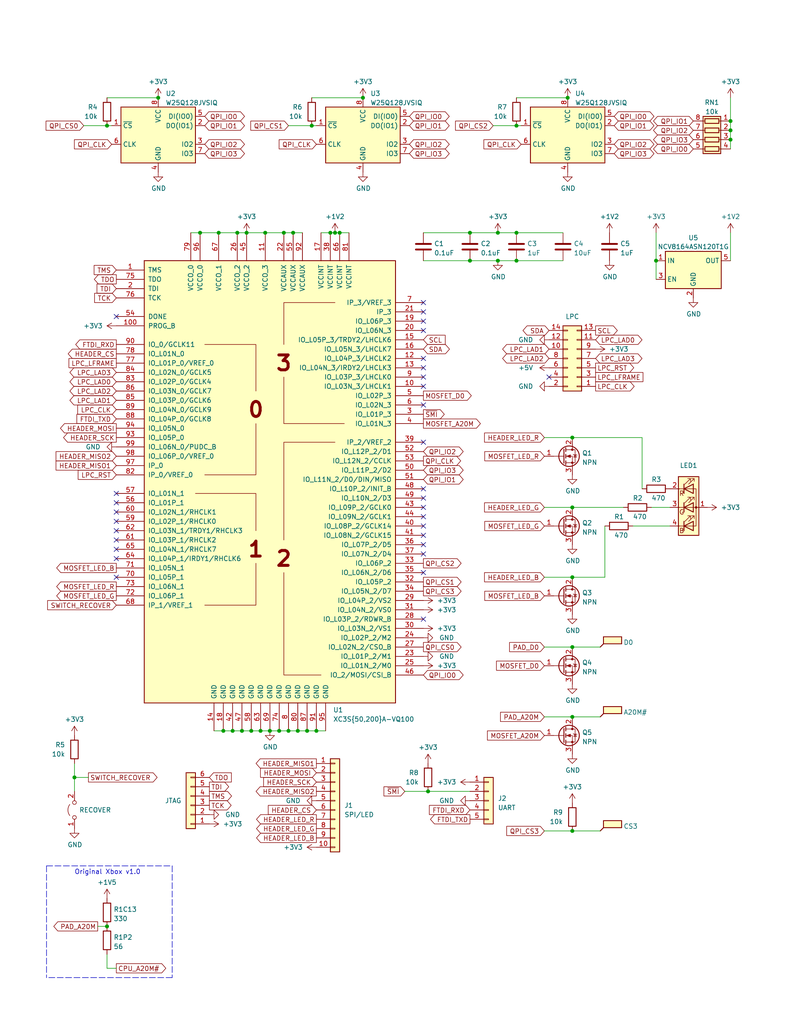
<source format=kicad_sch>
(kicad_sch (version 20211123) (generator eeschema)
  (paper "A" portrait)
  (title_block (title "Original Xbox OpenXenium QPI") (date "2023-03-04") (rev "20230304") (company "XboxDev") (comment 2 "Licensed under CERN OHL v.1.2 or later") (comment 3 "Fork by: https://github.com/haxar/OpenXenium") (comment 4 "Original by: https://github.com/Ryzee119/OpenXenium"))
  (lib_symbols
    (symbol "Connector:TestPoint_Flag" (pin_numbers hide) (pin_names (offset 0.762) hide)
      (property "Reference" "TP" (at 3.429 1.778 0))
      (property "Value" "TestPoint_Flag" (at 3.302 4.191 0))
      (symbol "TestPoint_Flag_1_1"
        (pin passive line (at 0 0 90) (length 0) (name "1") (number "1"))
      )
    )
    (symbol "Connector_Generic:Conn_01x05" (pin_names (offset 1.016) hide)
      (property "Reference" "J" (at 0 7.62 0))
      (property "Value" "Conn_01x05" (at 0 -7.62 0))
      (symbol "Conn_01x05_1_1"
        (pin passive line (at -5.08 5.08 0) (length 3.81) (name "Pin_1") (number "1"))
        (pin passive line (at -5.08 2.54 0) (length 3.81) (name "Pin_2") (number "2"))
        (pin passive line (at -5.08 0 0) (length 3.81) (name "Pin_3") (number "3"))
        (pin passive line (at -5.08 -2.54 0) (length 3.81) (name "Pin_4") (number "4"))
        (pin passive line (at -5.08 -5.08 0) (length 3.81) (name "Pin_5") (number "5"))
      )
    )
    (symbol "Connector_Generic:Conn_01x06" (pin_names (offset 1.016) hide)
      (property "Reference" "J" (at 0 7.62 0))
      (property "Value" "Conn_01x06" (at 0 -10.16 0))
      (symbol "Conn_01x06_1_1"
        (pin passive line (at -5.08 5.08 0) (length 3.81) (name "Pin_1") (number "1"))
        (pin passive line (at -5.08 2.54 0) (length 3.81) (name "Pin_2") (number "2"))
        (pin passive line (at -5.08 0 0) (length 3.81) (name "Pin_3") (number "3"))
        (pin passive line (at -5.08 -2.54 0) (length 3.81) (name "Pin_4") (number "4"))
        (pin passive line (at -5.08 -5.08 0) (length 3.81) (name "Pin_5") (number "5"))
        (pin passive line (at -5.08 -7.62 0) (length 3.81) (name "Pin_6") (number "6"))
      )
    )
    (symbol "Connector_Generic:Conn_01x10" (pin_names (offset 1.016) hide)
      (property "Reference" "J" (at 0 12.7 0))
      (property "Value" "Conn_01x10" (at 0 -15.24 0))
      (symbol "Conn_01x10_1_1"
        (pin passive line (at -5.08 10.16 0) (length 3.81) (name "Pin_1") (number "1"))
        (pin passive line (at -5.08 -12.7 0) (length 3.81) (name "Pin_10") (number "10"))
        (pin passive line (at -5.08 7.62 0) (length 3.81) (name "Pin_2") (number "2"))
        (pin passive line (at -5.08 5.08 0) (length 3.81) (name "Pin_3") (number "3"))
        (pin passive line (at -5.08 2.54 0) (length 3.81) (name "Pin_4") (number "4"))
        (pin passive line (at -5.08 0 0) (length 3.81) (name "Pin_5") (number "5"))
        (pin passive line (at -5.08 -2.54 0) (length 3.81) (name "Pin_6") (number "6"))
        (pin passive line (at -5.08 -5.08 0) (length 3.81) (name "Pin_7") (number "7"))
        (pin passive line (at -5.08 -7.62 0) (length 3.81) (name "Pin_8") (number "8"))
        (pin passive line (at -5.08 -10.16 0) (length 3.81) (name "Pin_9") (number "9"))
      )
    )
    (symbol "Connector_Generic:Conn_02x07_Odd_Even" (pin_names (offset 1.016) hide)
      (property "Reference" "J" (at 1.27 10.16 0))
      (property "Value" "Conn_02x07_Odd_Even" (at 1.27 -10.16 0))
      (symbol "Conn_02x07_Odd_Even_1_1"
        (pin passive line (at -5.08 7.62 0) (length 3.81) (name "Pin_1") (number "1"))
        (pin passive line (at 7.62 -2.54 180) (length 3.81) (name "Pin_10") (number "10"))
        (pin passive line (at -5.08 -5.08 0) (length 3.81) (name "Pin_11") (number "11"))
        (pin passive line (at 7.62 -5.08 180) (length 3.81) (name "Pin_12") (number "12"))
        (pin passive line (at -5.08 -7.62 0) (length 3.81) (name "Pin_13") (number "13"))
        (pin passive line (at 7.62 -7.62 180) (length 3.81) (name "Pin_14") (number "14"))
        (pin passive line (at 7.62 7.62 180) (length 3.81) (name "Pin_2") (number "2"))
        (pin passive line (at -5.08 5.08 0) (length 3.81) (name "Pin_3") (number "3"))
        (pin passive line (at 7.62 5.08 180) (length 3.81) (name "Pin_4") (number "4"))
        (pin passive line (at -5.08 2.54 0) (length 3.81) (name "Pin_5") (number "5"))
        (pin passive line (at 7.62 2.54 180) (length 3.81) (name "Pin_6") (number "6"))
        (pin passive line (at -5.08 0 0) (length 3.81) (name "Pin_7") (number "7"))
        (pin passive line (at 7.62 0 180) (length 3.81) (name "Pin_8") (number "8"))
        (pin passive line (at -5.08 -2.54 0) (length 3.81) (name "Pin_9") (number "9"))
      )
    )
    (symbol "Device:C" (pin_numbers hide) (pin_names (offset 0.254))
      (property "Reference" "C" (at 0.635 2.54 0))
      (property "Value" "C" (at 0.635 -2.54 0))
      (symbol "C_1_1"
        (pin passive line (at 0 3.81 270) (length 2.794) (name "~") (number "1"))
        (pin passive line (at 0 -3.81 90) (length 2.794) (name "~") (number "2"))
      )
    )
    (symbol "Device:LED_ARGB" (pin_names (offset 0) hide)
      (property "Reference" "D" (at 0 9.398 0))
      (property "Value" "LED_ARGB" (at 0 -8.89 0))
      (symbol "LED_ARGB_0_0"
        (text "B" (at -1.905 -6.35 0) (effects (font (size 1.27 1.27))))
        (text "G" (at -1.905 -1.27 0) (effects (font (size 1.27 1.27))))
        (text "R" (at -1.905 3.81 0) (effects (font (size 1.27 1.27))))
      )
      (symbol "LED_ARGB_1_1"
        (pin passive line (at 5.08 0 180) (length 2.54) (name "A") (number "1"))
        (pin passive line (at -5.08 5.08 0) (length 2.54) (name "RK") (number "2"))
        (pin passive line (at -5.08 0 0) (length 2.54) (name "GK") (number "3"))
        (pin passive line (at -5.08 -5.08 0) (length 2.54) (name "BK") (number "4"))
      )
    )
    (symbol "Device:Q_NMOS_GDS" (pin_names (offset 0) hide)
      (property "Reference" "Q" (at 5.08 1.27 0))
      (property "Value" "Q_NMOS_GDS" (at 5.08 -1.27 0))
      (symbol "Q_NMOS_GDS_1_1"
        (pin input line (at -5.08 0 0) (length 2.54) (name "G") (number "1"))
        (pin passive line (at 2.54 5.08 270) (length 2.54) (name "D") (number "2"))
        (pin passive line (at 2.54 -5.08 90) (length 2.54) (name "S") (number "3"))
      )
    )
    (symbol "Device:R" (pin_numbers hide) (pin_names (offset 0))
      (property "Reference" "R" (at 2.032 0 90))
      (property "Value" "R" (at 0 0 90))
      (symbol "R_1_1"
        (pin passive line (at 0 3.81 270) (length 1.27) (name "~") (number "1"))
        (pin passive line (at 0 -3.81 90) (length 1.27) (name "~") (number "2"))
      )
    )
    (symbol "Device:R_Pack04" (pin_names (offset 0) hide)
      (property "Reference" "RN" (at -7.62 0 90))
      (property "Value" "R_Pack04" (at 5.08 0 90))
      (symbol "R_Pack04_1_1"
        (pin passive line (at -5.08 -5.08 90) (length 2.54) (name "R1.1") (number "1"))
        (pin passive line (at -2.54 -5.08 90) (length 2.54) (name "R2.1") (number "2"))
        (pin passive line (at 0 -5.08 90) (length 2.54) (name "R3.1") (number "3"))
        (pin passive line (at 2.54 -5.08 90) (length 2.54) (name "R4.1") (number "4"))
        (pin passive line (at 2.54 5.08 270) (length 2.54) (name "R4.2") (number "5"))
        (pin passive line (at 0 5.08 270) (length 2.54) (name "R3.2") (number "6"))
        (pin passive line (at -2.54 5.08 270) (length 2.54) (name "R2.2") (number "7"))
        (pin passive line (at -5.08 5.08 270) (length 2.54) (name "R1.2") (number "8"))
      )
    )
    (symbol "FPGA_Xilinx:XC3S50A-VQ100" (pin_names (offset 1.016))
      (property "Reference" "U?" (at 4.5594 -41.2734 0))
      (property "Value" "XC3S50A-VQ100" (at 4.5594 -43.8103 0))
      (symbol "XC3S50A-VQ100_0_0"
        (text "0" (at -16.51 40.64 0) (effects (font (size 4.064 4.064) bold)))
        (text "1" (at -16.51 2.54 0) (effects (font (size 4.064 4.064) bold)))
        (text "2" (at -8.89 0 0) (effects (font (size 4.064 4.064) bold)))
        (text "3" (at -8.89 53.34 0) (effects (font (size 4.064 4.064) bold)))
      )
      (symbol "XC3S50A-VQ100_1_1"
        (pin input line (at -54.61 78.74 0) (length 7.62) (name "TMS") (number "1"))
        (pin bidirectional line (at 29.21 46.99 180) (length 7.62) (name "IO_L03N_3/LHCLK1") (number "10"))
        (pin bidirectional line (at -54.61 63.5 0) (length 7.62) (name "PROG_B") (number "100"))
        (pin power_in line (at -13.97 88.9 270) (length 7.62) (name "VCCO_3") (number "11"))
        (pin bidirectional line (at 29.21 54.61 180) (length 7.62) (name "IO_L04P_3/LHCLK2") (number "12"))
        (pin bidirectional line (at 29.21 52.07 180) (length 7.62) (name "IO_L04N_3/IRDY2/LHCLK3") (number "13"))
        (pin power_in line (at -27.94 -46.99 90) (length 7.62) (name "GND") (number "14"))
        (pin bidirectional line (at 29.21 59.69 180) (length 7.62) (name "IO_L05P_3/TRDY2/LHCLK6") (number "15"))
        (pin bidirectional line (at 29.21 57.15 180) (length 7.62) (name "IO_L05N_3/LHCLK7") (number "16"))
        (pin power_in line (at 1.27 88.9 270) (length 7.62) (name "VCCINT") (number "17"))
        (pin power_in line (at -25.4 -46.99 90) (length 7.62) (name "GND") (number "18"))
        (pin bidirectional line (at 29.21 64.77 180) (length 7.62) (name "IO_L06P_3") (number "19"))
        (pin input line (at -54.61 73.66 0) (length 7.62) (name "TDI") (number "2"))
        (pin bidirectional line (at 29.21 62.23 180) (length 7.62) (name "IO_L06N_3") (number "20"))
        (pin input line (at 29.21 67.31 180) (length 7.62) (name "IP_3") (number "21"))
        (pin power_in line (at -8.89 88.9 270) (length 7.62) (name "VCCAUX") (number "22"))
        (pin bidirectional line (at 29.21 -26.67 180) (length 7.62) (name "IO_L01P_2/M1") (number "23"))
        (pin bidirectional line (at 29.21 -21.59 180) (length 7.62) (name "IO_L02P_2/M2") (number "24"))
        (pin bidirectional line (at 29.21 -29.21 180) (length 7.62) (name "IO_L01N_2/M0") (number "25"))
        (pin power_in line (at -21.59 88.9 270) (length 7.62) (name "VCCO_2") (number "26"))
        (pin bidirectional line (at 29.21 -24.13 180) (length 7.62) (name "IO_L02N_2/CSO_B") (number "27"))
        (pin bidirectional line (at 29.21 -16.51 180) (length 7.62) (name "IO_L03P_2/RDWR_B") (number "28"))
        (pin bidirectional line (at 29.21 -11.43 180) (length 7.62) (name "IO_L04P_2/VS2") (number "29"))
        (pin bidirectional line (at 29.21 39.37 180) (length 7.62) (name "IO_L01P_3") (number "3"))
        (pin bidirectional line (at 29.21 -19.05 180) (length 7.62) (name "IO_L03N_2/VS1") (number "30"))
        (pin bidirectional line (at 29.21 -13.97 180) (length 7.62) (name "IO_L04N_2/VS0") (number "31"))
        (pin bidirectional line (at 29.21 -6.35 180) (length 7.62) (name "IO_L05P_2") (number "32"))
        (pin bidirectional line (at 29.21 -1.27 180) (length 7.62) (name "IO_L06P_2") (number "33"))
        (pin bidirectional line (at 29.21 -8.89 180) (length 7.62) (name "IO_L05N_2/D7") (number "34"))
        (pin bidirectional line (at 29.21 -3.81 180) (length 7.62) (name "IO_L06N_2/D6") (number "35"))
        (pin bidirectional line (at 29.21 3.81 180) (length 7.62) (name "IO_L07P_2/D5") (number "36"))
        (pin bidirectional line (at 29.21 1.27 180) (length 7.62) (name "IO_L07N_2/D4") (number "37"))
        (pin power_in line (at 3.81 88.9 270) (length 7.62) (name "VCCINT") (number "38"))
        (pin input line (at 29.21 31.75 180) (length 7.62) (name "IP_2/VREF_2") (number "39"))
        (pin bidirectional line (at 29.21 36.83 180) (length 7.62) (name "IO_L01N_3") (number "4"))
        (pin bidirectional line (at 29.21 8.89 180) (length 7.62) (name "IO_L08P_2/GCLK14") (number "40"))
        (pin bidirectional line (at 29.21 6.35 180) (length 7.62) (name "IO_L08N_2/GCLK15") (number "41"))
        (pin power_in line (at -22.86 -46.99 90) (length 7.62) (name "GND") (number "42"))
        (pin bidirectional line (at 29.21 13.97 180) (length 7.62) (name "IO_L09P_2/GCLK0") (number "43"))
        (pin bidirectional line (at 29.21 11.43 180) (length 7.62) (name "IO_L09N_2/GCLK1") (number "44"))
        (pin power_in line (at -19.05 88.9 270) (length 7.62) (name "VCCO_2") (number "45"))
        (pin bidirectional line (at 29.21 -31.75 180) (length 7.62) (name "IO_2/MOSI/CSI_B") (number "46"))
        (pin power_in line (at -20.32 -46.99 90) (length 7.62) (name "GND") (number "47"))
        (pin bidirectional line (at 29.21 19.05 180) (length 7.62) (name "IO_L10P_2/INIT_B") (number "48"))
        (pin bidirectional line (at 29.21 16.51 180) (length 7.62) (name "IO_L10N_2/D3") (number "49"))
        (pin bidirectional line (at 29.21 44.45 180) (length 7.62) (name "IO_L02P_3") (number "5"))
        (pin bidirectional line (at 29.21 24.13 180) (length 7.62) (name "IO_L11P_2/D2") (number "50"))
        (pin bidirectional line (at 29.21 21.59 180) (length 7.62) (name "IO_L11N_2/D0/DIN/MISO") (number "51"))
        (pin bidirectional line (at 29.21 29.21 180) (length 7.62) (name "IO_L12P_2/D1") (number "52"))
        (pin bidirectional line (at 29.21 26.67 180) (length 7.62) (name "IO_L12N_2/CCLK") (number "53"))
        (pin bidirectional line (at -54.61 66.04 0) (length 7.62) (name "DONE") (number "54"))
        (pin power_in line (at -6.35 88.9 270) (length 7.62) (name "VCCAUX") (number "55"))
        (pin bidirectional line (at -54.61 15.24 0) (length 7.62) (name "IO_L01P_1") (number "56"))
        (pin bidirectional line (at -54.61 17.78 0) (length 7.62) (name "IO_L01N_1") (number "57"))
        (pin power_in line (at -17.78 -46.99 90) (length 7.62) (name "GND") (number "58"))
        (pin bidirectional line (at -54.61 10.16 0) (length 7.62) (name "IO_L02P_1/RHCLK0") (number "59"))
        (pin bidirectional line (at 29.21 41.91 180) (length 7.62) (name "IO_L02N_3") (number "6"))
        (pin bidirectional line (at -54.61 12.7 0) (length 7.62) (name "IO_L02N_1/RHCLK1") (number "60"))
        (pin bidirectional line (at -54.61 5.08 0) (length 7.62) (name "IO_L03P_1/RHCLK2") (number "61"))
        (pin bidirectional line (at -54.61 7.62 0) (length 7.62) (name "IO_L03N_1/TRDY1/RHCLK3") (number "62"))
        (pin power_in line (at -15.24 -46.99 90) (length 7.62) (name "GND") (number "63"))
        (pin bidirectional line (at -54.61 0 0) (length 7.62) (name "IO_L04P_1/IRDY1/RHCLK6") (number "64"))
        (pin bidirectional line (at -54.61 2.54 0) (length 7.62) (name "IO_L04N_1/RHCLK7") (number "65"))
        (pin power_in line (at 6.35 88.9 270) (length 7.62) (name "VCCINT") (number "66"))
        (pin power_in line (at -26.67 88.9 270) (length 7.62) (name "VCCO_1") (number "67"))
        (pin input line (at -54.61 -12.7 0) (length 7.62) (name "IP_1/VREF_1") (number "68"))
        (pin power_in line (at -12.7 -46.99 90) (length 7.62) (name "GND") (number "69"))
        (pin input line (at 29.21 69.85 180) (length 7.62) (name "IP_3/VREF_3") (number "7"))
        (pin bidirectional line (at -54.61 -5.08 0) (length 7.62) (name "IO_L05P_1") (number "70"))
        (pin bidirectional line (at -54.61 -2.54 0) (length 7.62) (name "IO_L05N_1") (number "71"))
        (pin bidirectional line (at -54.61 -10.16 0) (length 7.62) (name "IO_L06P_1") (number "72"))
        (pin bidirectional line (at -54.61 -7.62 0) (length 7.62) (name "IO_L06N_1") (number "73"))
        (pin power_in line (at -10.16 -46.99 90) (length 7.62) (name "GND") (number "74"))
        (pin output line (at -54.61 76.2 0) (length 7.62) (name "TDO") (number "75"))
        (pin input line (at -54.61 71.12 0) (length 7.62) (name "TCK") (number "76"))
        (pin bidirectional line (at -54.61 53.34 0) (length 7.62) (name "IO_L01P_0/VREF_0") (number "77"))
        (pin bidirectional line (at -54.61 55.88 0) (length 7.62) (name "IO_L01N_0") (number "78"))
        (pin power_in line (at -34.29 88.9 270) (length 7.62) (name "VCCO_0") (number "79"))
        (pin power_in line (at -7.62 -46.99 90) (length 7.62) (name "GND") (number "8"))
        (pin power_in line (at -5.08 -46.99 90) (length 7.62) (name "GND") (number "80"))
        (pin power_in line (at 8.89 88.9 270) (length 7.62) (name "VCCINT") (number "81"))
        (pin input line (at -54.61 22.86 0) (length 7.62) (name "IP_0/VREF_0") (number "82"))
        (pin bidirectional line (at -54.61 48.26 0) (length 7.62) (name "IO_L02P_0/GCLK4") (number "83"))
        (pin bidirectional line (at -54.61 50.8 0) (length 7.62) (name "IO_L02N_0/GCLK5") (number "84"))
        (pin bidirectional line (at -54.61 43.18 0) (length 7.62) (name "IO_L03P_0/GCLK6") (number "85"))
        (pin bidirectional line (at -54.61 45.72 0) (length 7.62) (name "IO_L03N_0/GCLK7") (number "86"))
        (pin power_in line (at -2.54 -46.99 90) (length 7.62) (name "GND") (number "87"))
        (pin bidirectional line (at -54.61 38.1 0) (length 7.62) (name "IO_L04P_0/GCLK8") (number "88"))
        (pin bidirectional line (at -54.61 40.64 0) (length 7.62) (name "IO_L04N_0/GCLK9") (number "89"))
        (pin bidirectional line (at 29.21 49.53 180) (length 7.62) (name "IO_L03P_3/LHCLK0") (number "9"))
        (pin bidirectional line (at -54.61 58.42 0) (length 7.62) (name "IO_0/GCLK11") (number "90"))
        (pin power_in line (at 0 -46.99 90) (length 7.62) (name "GND") (number "91"))
        (pin power_in line (at -3.81 88.9 270) (length 7.62) (name "VCCAUX") (number "92"))
        (pin bidirectional line (at -54.61 33.02 0) (length 7.62) (name "IO_L05P_0") (number "93"))
        (pin bidirectional line (at -54.61 35.56 0) (length 7.62) (name "IO_L05N_0") (number "94"))
        (pin power_in line (at 2.54 -46.99 90) (length 7.62) (name "GND") (number "95"))
        (pin power_in line (at -31.75 88.9 270) (length 7.62) (name "VCCO_0") (number "96"))
        (pin input line (at -54.61 25.4 0) (length 7.62) (name "IP_0") (number "97"))
        (pin bidirectional line (at -54.61 27.94 0) (length 7.62) (name "IO_L06P_0/VREF_0") (number "98"))
        (pin bidirectional line (at -54.61 30.48 0) (length 7.62) (name "IO_L06N_0/PUDC_B") (number "99"))
      )
    )
    (symbol "Jumper:Jumper_2_Open" (pin_names (offset 0) hide)
      (property "Reference" "JP" (at 0 2.794 0))
      (property "Value" "Jumper_2_Open" (at 0 -2.286 0))
      (symbol "Jumper_2_Open_1_1"
        (pin passive line (at -5.08 0 0) (length 2.54) (name "A") (number "1"))
        (pin passive line (at 5.08 0 180) (length 2.54) (name "B") (number "2"))
      )
    )
    (symbol "Memory_Flash:W25Q128JVS"
      (property "Reference" "U" (at -8.89 8.89 0))
      (property "Value" "W25Q128JVS" (at 7.62 8.89 0))
      (symbol "W25Q128JVS_1_1"
        (pin input line (at -12.7 2.54 0) (length 2.54) (name "~{CS}") (number "1"))
        (pin bidirectional line (at 12.7 2.54 180) (length 2.54) (name "DO(IO1)") (number "2"))
        (pin bidirectional line (at 12.7 -2.54 180) (length 2.54) (name "IO2") (number "3"))
        (pin power_in line (at 0 -10.16 90) (length 2.54) (name "GND") (number "4"))
        (pin bidirectional line (at 12.7 5.08 180) (length 2.54) (name "DI(IO0)") (number "5"))
        (pin input line (at -12.7 -2.54 0) (length 2.54) (name "CLK") (number "6"))
        (pin bidirectional line (at 12.7 -5.08 180) (length 2.54) (name "IO3") (number "7"))
        (pin power_in line (at 0 10.16 270) (length 2.54) (name "VCC") (number "8"))
      )
    )
    (symbol "Regulator_Linear:NCV8114ASN120T1G"
      (property "Reference" "U" (at 0 8.89 0))
      (property "Value" "NCV8114ASN120T1G" (at 0 6.35 0))
      (symbol "NCV8114ASN120T1G_1_1"
        (pin power_in line (at -10.16 2.54 0) (length 2.54) (name "IN") (number "1"))
        (pin power_in line (at 0 -7.62 90) (length 2.54) (name "GND") (number "2"))
        (pin input line (at -10.16 -2.54 0) (length 2.54) (name "EN") (number "3"))
        (pin no_connect line (at 7.62 -2.54 180) (length 2.54) hide (name "NC") (number "4"))
        (pin power_out line (at 10.16 2.54 180) (length 2.54) (name "OUT") (number "5"))
      )
    )
    (symbol "power:+1V2" (power) (pin_names (offset 0))
      (property "Value" "+1V2" (at 0 3.556 0))
      (symbol "+1V2_1_1"
        (pin power_in line (at 0 0 90) (length 0) hide (name "+1V2") (number "1"))
      )
    )
    (symbol "power:+1V5" (power) (pin_names (offset 0))
      (property "Value" "+1V5" (at 0 3.556 0))
      (symbol "+1V5_1_1"
        (pin power_in line (at 0 0 90) (length 0) hide (name "+1V5") (number "1"))
      )
    )
    (symbol "power:+3V3" (power) (pin_names (offset 0))
      (property "Value" "+3V3" (at 0 3.556 0))
      (symbol "+3V3_1_1"
        (pin power_in line (at 0 0 90) (length 0) hide (name "+3V3") (number "1"))
      )
    )
    (symbol "power:+5V" (power) (pin_names (offset 0))
      (property "Value" "+5V" (at 0 3.556 0))
      (symbol "+5V_1_1"
        (pin power_in line (at 0 0 90) (length 0) hide (name "+5V") (number "1"))
      )
    )
    (symbol "power:GND" (power) (pin_names (offset 0))
      (property "Value" "GND" (at 0 -3.81 0))
      (symbol "GND_1_1"
        (pin power_in line (at 0 0 270) (length 0) hide (name "GND") (number "1"))
      )
    )
  )
  (junction (at 92.71 63.5))
  (junction (at 135.89 71.12))
  (junction (at 85.09 34.29))
  (junction (at 156.21 195.58))
  (junction (at 76.2 199.39))
  (junction (at 156.21 119.38))
  (junction (at 73.66 199.39))
  (junction (at 29.21 34.29))
  (junction (at 60.96 199.39))
  (junction (at 128.27 63.5))
  (junction (at 63.5 199.39))
  (junction (at 156.21 157.48))
  (junction (at 154.94 26.67))
  (junction (at 135.89 63.5))
  (junction (at 140.97 63.5))
  (junction (at 199.39 38.1))
  (junction (at 199.39 35.56))
  (junction (at 140.97 34.29))
  (junction (at 91.44 63.5))
  (junction (at 59.69 63.5))
  (junction (at 156.21 176.53))
  (junction (at 80.01 63.5))
  (junction (at 90.17 63.5))
  (junction (at 83.82 199.39))
  (junction (at 77.47 63.5))
  (junction (at 116.84 215.9))
  (junction (at 20.32 212.09))
  (junction (at 68.58 199.39))
  (junction (at 66.04 199.39))
  (junction (at 156.21 226.695))
  (junction (at 179.07 71.12))
  (junction (at 199.39 33.02))
  (junction (at 29.21 252.73))
  (junction (at 64.77 63.5))
  (junction (at 67.31 63.5))
  (junction (at 43.18 26.67))
  (junction (at 128.27 71.12))
  (junction (at 99.06 26.67))
  (junction (at 78.74 199.39))
  (junction (at 72.39 63.5))
  (junction (at 156.21 138.43))
  (junction (at 86.36 199.39))
  (junction (at 81.28 199.39))
  (junction (at 71.12 199.39))
  (junction (at 54.61 63.5))
  (junction (at 140.97 71.12))
  (no_connect (at 115.57 168.91))
  (no_connect (at 31.75 86.36))
  (no_connect (at 31.75 152.4))
  (no_connect (at 31.75 134.62))
  (no_connect (at 31.75 147.32))
  (no_connect (at 31.75 142.24))
  (no_connect (at 31.75 137.16))
  (no_connect (at 31.75 149.86))
  (no_connect (at 31.75 139.7))
  (no_connect (at 31.75 144.78))
  (no_connect (at 31.75 157.48))
  (no_connect (at 115.57 151.13))
  (no_connect (at 115.57 156.21))
  (no_connect (at 115.57 140.97))
  (no_connect (at 115.57 138.43))
  (no_connect (at 115.57 135.89))
  (no_connect (at 115.57 133.35))
  (no_connect (at 115.57 148.59))
  (no_connect (at 115.57 143.51))
  (no_connect (at 115.57 120.65))
  (no_connect (at 115.57 146.05))
  (no_connect (at 115.57 82.55))
  (no_connect (at 115.57 87.63))
  (no_connect (at 115.57 85.09))
  (no_connect (at 115.57 97.79))
  (no_connect (at 115.57 90.17))
  (no_connect (at 115.57 100.33))
  (no_connect (at 115.57 102.87))
  (no_connect (at 115.57 105.41))
  (no_connect (at 115.57 110.49))
  (no_connect (at 149.86 102.87))
  (wire (pts (xy 199.39 38.1) (xy 199.39 35.56)))
  (wire (pts (xy 29.21 264.16) (xy 31.75 264.16)))
  (wire (pts (xy 29.21 260.35) (xy 29.21 264.16)))
  (wire (pts (xy 179.07 63.5) (xy 179.07 71.12)))
  (wire (pts (xy 20.32 212.09) (xy 20.32 215.9)))
  (wire (pts (xy 148.59 176.53) (xy 156.21 176.53)))
  (wire (pts (xy 76.2 199.39) (xy 78.74 199.39)))
  (wire (pts (xy 148.59 226.695) (xy 156.21 226.695)))
  (wire (pts (xy 156.21 119.38) (xy 175.26 119.38)))
  (wire (pts (xy 80.01 63.5) (xy 82.55 63.5)))
  (wire (pts (xy 199.39 33.02) (xy 199.39 26.67)))
  (wire (pts (xy 72.39 63.5) (xy 77.47 63.5)))
  (wire (pts (xy 135.89 71.12) (xy 128.27 71.12)))
  (wire (pts (xy 140.97 63.5) (xy 153.67 63.5)))
  (wire (pts (xy 85.09 26.67) (xy 99.06 26.67)))
  (wire (pts (xy 156.21 226.695) (xy 163.83 226.695)))
  (wire (pts (xy 59.69 63.5) (xy 64.77 63.5)))
  (wire (pts (xy 116.84 215.9) (xy 128.27 215.9)))
  (wire (pts (xy 52.07 63.5) (xy 54.61 63.5)))
  (wire (pts (xy 179.07 76.2) (xy 179.07 71.12)))
  (wire (pts (xy 87.63 63.5) (xy 90.17 63.5)))
  (wire (pts (xy 67.31 63.5) (xy 72.39 63.5)))
  (wire (pts (xy 148.59 138.43) (xy 156.21 138.43)))
  (wire (pts (xy 78.74 34.29) (xy 85.09 34.29)))
  (wire (pts (xy 140.97 71.12) (xy 153.67 71.12)))
  (wire (pts (xy 71.12 199.39) (xy 73.66 199.39)))
  (polyline (pts (xy 46.99 266.7) (xy 12.7 266.7)))
  (wire (pts (xy 115.57 71.12) (xy 128.27 71.12)))
  (wire (pts (xy 20.32 212.09) (xy 24.13 212.09)))
  (wire (pts (xy 140.97 34.29) (xy 142.24 34.29)))
  (wire (pts (xy 135.89 63.5) (xy 140.97 63.5)))
  (wire (pts (xy 128.27 63.5) (xy 135.89 63.5)))
  (wire (pts (xy 140.97 71.12) (xy 135.89 71.12)))
  (wire (pts (xy 134.62 34.29) (xy 140.97 34.29)))
  (wire (pts (xy 85.09 34.29) (xy 86.36 34.29)))
  (wire (pts (xy 199.39 35.56) (xy 199.39 33.02)))
  (wire (pts (xy 20.32 208.28) (xy 20.32 212.09)))
  (polyline (pts (xy 46.99 236.22) (xy 46.99 266.7)))
  (wire (pts (xy 165.1 157.48) (xy 165.1 143.51)))
  (wire (pts (xy 29.21 26.67) (xy 43.18 26.67)))
  (wire (pts (xy 177.8 138.43) (xy 182.88 138.43)))
  (wire (pts (xy 92.71 63.5) (xy 95.25 63.5)))
  (wire (pts (xy 60.96 199.39) (xy 63.5 199.39)))
  (wire (pts (xy 148.59 157.48) (xy 156.21 157.48)))
  (wire (pts (xy 172.72 143.51) (xy 182.88 143.51)))
  (wire (pts (xy 22.86 34.29) (xy 29.21 34.29)))
  (wire (pts (xy 81.28 199.39) (xy 83.82 199.39)))
  (wire (pts (xy 156.21 195.58) (xy 163.83 195.58)))
  (wire (pts (xy 86.36 199.39) (xy 88.9 199.39)))
  (wire (pts (xy 110.49 215.9) (xy 116.84 215.9)))
  (wire (pts (xy 156.21 138.43) (xy 170.18 138.43)))
  (polyline (pts (xy 12.7 236.22) (xy 46.99 236.22)))
  (polyline (pts (xy 12.7 236.22) (xy 12.7 266.7)))
  (wire (pts (xy 64.77 63.5) (xy 67.31 63.5)))
  (wire (pts (xy 26.67 252.73) (xy 29.21 252.73)))
  (wire (pts (xy 140.97 26.67) (xy 154.94 26.67)))
  (wire (pts (xy 199.39 63.5) (xy 199.39 71.12)))
  (wire (pts (xy 156.21 157.48) (xy 165.1 157.48)))
  (wire (pts (xy 77.47 63.5) (xy 80.01 63.5)))
  (wire (pts (xy 73.66 199.39) (xy 76.2 199.39)))
  (wire (pts (xy 115.57 63.5) (xy 128.27 63.5)))
  (wire (pts (xy 54.61 63.5) (xy 59.69 63.5)))
  (wire (pts (xy 199.39 40.64) (xy 199.39 38.1)))
  (wire (pts (xy 29.21 34.29) (xy 30.48 34.29)))
  (wire (pts (xy 175.26 119.38) (xy 175.26 133.35)))
  (wire (pts (xy 66.04 199.39) (xy 68.58 199.39)))
  (wire (pts (xy 156.21 176.53) (xy 163.83 176.53)))
  (wire (pts (xy 148.59 119.38) (xy 156.21 119.38)))
  (wire (pts (xy 68.58 199.39) (xy 71.12 199.39)))
  (wire (pts (xy 148.59 195.58) (xy 156.21 195.58)))
  (wire (pts (xy 63.5 199.39) (xy 66.04 199.39)))
  (wire (pts (xy 83.82 199.39) (xy 86.36 199.39)))
  (wire (pts (xy 58.42 199.39) (xy 60.96 199.39)))
  (wire (pts (xy 90.17 63.5) (xy 91.44 63.5)))
  (wire (pts (xy 91.44 63.5) (xy 92.71 63.5)))
  (wire (pts (xy 78.74 199.39) (xy 81.28 199.39)))
  (text "Original Xbox v1.0" (at 20.32 238.76 0) (effects (font (size 1.27 1.27)) (justify left bottom)))
  (global_label "LPC_CLK" (shape input) (at 31.75 111.76 180) (property "Intersheet References" "${INTERSHEET_REFS}" (effects hide)))
  (global_label "SCL" (shape output) (at 162.56 90.17 0) (property "Intersheet References" "${INTERSHEET_REFS}" (effects hide)))
  (global_label "LPC_LAD3" (shape bidirectional) (at 162.56 97.79 0) (property "Intersheet References" "${INTERSHEET_REFS}" (effects hide)))
  (global_label "TCK" (shape output) (at 57.15 219.71 0) (property "Intersheet References" "${INTERSHEET_REFS}" (effects hide)))
  (global_label "SWITCH_RECOVER" (shape input) (at 31.75 165.1 180) (property "Intersheet References" "${INTERSHEET_REFS}" (effects hide)))
  (global_label "HEADER_SCK" (shape output) (at 31.75 119.38 180) (property "Intersheet References" "${INTERSHEET_REFS}" (effects hide)))
  (global_label "LPC_CLK" (shape output) (at 162.56 105.41 0) (property "Intersheet References" "${INTERSHEET_REFS}" (effects hide)))
  (global_label "HEADER_CS" (shape output) (at 31.75 96.52 180) (property "Intersheet References" "${INTERSHEET_REFS}" (effects hide)))
  (global_label "LPC_LAD0" (shape bidirectional) (at 31.75 104.14 180) (property "Intersheet References" "${INTERSHEET_REFS}" (effects hide)))
  (global_label "TMS" (shape input) (at 31.75 73.66 180) (property "Intersheet References" "${INTERSHEET_REFS}" (effects hide)))
  (global_label "MOSFET_A20M" (shape output) (at 115.57 115.57 0) (property "Intersheet References" "${INTERSHEET_REFS}" (effects hide)))
  (global_label "LPC_LAD2" (shape bidirectional) (at 31.75 106.68 180) (property "Intersheet References" "${INTERSHEET_REFS}" (effects hide)))
  (global_label "HEADER_LED_G" (shape input) (at 148.59 138.43 180) (property "Intersheet References" "${INTERSHEET_REFS}" (effects hide)))
  (global_label "QPI_CS0" (shape input) (at 22.86 34.29 180) (property "Intersheet References" "${INTERSHEET_REFS}" (effects hide)))
  (global_label "QPI_IO3" (shape bidirectional) (at 115.57 128.27 0) (property "Intersheet References" "${INTERSHEET_REFS}" (effects hide)))
  (global_label "LPC_LAD1" (shape bidirectional) (at 149.86 95.25 180) (property "Intersheet References" "${INTERSHEET_REFS}" (effects hide)))
  (global_label "QPI_CS1" (shape input) (at 78.74 34.29 180) (property "Intersheet References" "${INTERSHEET_REFS}" (effects hide)))
  (global_label "QPI_IO3" (shape bidirectional) (at 167.64 41.91 0) (property "Intersheet References" "${INTERSHEET_REFS}" (effects hide)))
  (global_label "SCL" (shape input) (at 115.57 92.71 0) (property "Intersheet References" "${INTERSHEET_REFS}" (effects hide)))
  (global_label "LPC_LAD1" (shape bidirectional) (at 31.75 109.22 180) (property "Intersheet References" "${INTERSHEET_REFS}" (effects hide)))
  (global_label "HEADER_LED_B" (shape input) (at 148.59 157.48 180) (property "Intersheet References" "${INTERSHEET_REFS}" (effects hide)))
  (global_label "TDO" (shape input) (at 57.15 212.09 0) (property "Intersheet References" "${INTERSHEET_REFS}" (effects hide)))
  (global_label "SWITCH_RECOVER" (shape output) (at 24.13 212.09 0) (property "Intersheet References" "${INTERSHEET_REFS}" (effects hide)))
  (global_label "QPI_CS1" (shape output) (at 115.57 158.75 0) (property "Intersheet References" "${INTERSHEET_REFS}" (effects hide)))
  (global_label "HEADER_CS" (shape input) (at 86.36 220.98 180) (property "Intersheet References" "${INTERSHEET_REFS}" (effects hide)))
  (global_label "HEADER_LED_B" (shape output) (at 86.36 228.6 180) (property "Intersheet References" "${INTERSHEET_REFS}" (effects hide)))
  (global_label "QPI_IO0" (shape bidirectional) (at 167.64 31.75 0) (property "Intersheet References" "${INTERSHEET_REFS}" (effects hide)))
  (global_label "HEADER_LED_R" (shape output) (at 86.36 223.52 180) (property "Intersheet References" "${INTERSHEET_REFS}" (effects hide)))
  (global_label "QPI_IO2" (shape bidirectional) (at 55.88 39.37 0) (property "Intersheet References" "${INTERSHEET_REFS}" (effects hide)))
  (global_label "FTDI_RXD" (shape input) (at 128.27 220.98 180) (property "Intersheet References" "${INTERSHEET_REFS}" (effects hide)))
  (global_label "~{SMI}" (shape input) (at 110.49 215.9 180) (property "Intersheet References" "${INTERSHEET_REFS}" (effects hide)))
  (global_label "QPI_IO2" (shape bidirectional) (at 111.76 39.37 0) (property "Intersheet References" "${INTERSHEET_REFS}" (effects hide)))
  (global_label "LPC_RST" (shape input) (at 31.75 129.54 180) (property "Intersheet References" "${INTERSHEET_REFS}" (effects hide)))
  (global_label "QPI_CS3" (shape output) (at 115.57 161.29 0) (property "Intersheet References" "${INTERSHEET_REFS}" (effects hide)))
  (global_label "HEADER_MOSI" (shape output) (at 31.75 116.84 180) (property "Intersheet References" "${INTERSHEET_REFS}" (effects hide)))
  (global_label "QPI_IO1" (shape bidirectional) (at 115.57 130.81 0) (property "Intersheet References" "${INTERSHEET_REFS}" (effects hide)))
  (global_label "HEADER_LED_G" (shape output) (at 86.36 226.06 180) (property "Intersheet References" "${INTERSHEET_REFS}" (effects hide)))
  (global_label "SDA" (shape bidirectional) (at 115.57 95.25 0) (property "Intersheet References" "${INTERSHEET_REFS}" (effects hide)))
  (global_label "QPI_IO1" (shape bidirectional) (at 55.88 34.29 0) (property "Intersheet References" "${INTERSHEET_REFS}" (effects hide)))
  (global_label "QPI_IO3" (shape bidirectional) (at 55.88 41.91 0) (property "Intersheet References" "${INTERSHEET_REFS}" (effects hide)))
  (global_label "QPI_IO3" (shape bidirectional) (at 189.23 38.1 180) (property "Intersheet References" "${INTERSHEET_REFS}" (effects hide)))
  (global_label "QPI_IO2" (shape bidirectional) (at 167.64 39.37 0) (property "Intersheet References" "${INTERSHEET_REFS}" (effects hide)))
  (global_label "FTDI_TXD" (shape output) (at 128.27 223.52 180) (property "Intersheet References" "${INTERSHEET_REFS}" (effects hide)))
  (global_label "MOSFET_LED_G" (shape output) (at 31.75 162.56 180) (property "Intersheet References" "${INTERSHEET_REFS}" (effects hide)))
  (global_label "LPC_LAD3" (shape bidirectional) (at 31.75 101.6 180) (property "Intersheet References" "${INTERSHEET_REFS}" (effects hide)))
  (global_label "MOSFET_LED_R" (shape input) (at 148.59 124.46 180) (property "Intersheet References" "${INTERSHEET_REFS}" (effects hide)))
  (global_label "QPI_IO0" (shape bidirectional) (at 189.23 40.64 180) (property "Intersheet References" "${INTERSHEET_REFS}" (effects hide)))
  (global_label "LPC_LFRAME" (shape passive) (at 162.56 102.87 0) (property "Intersheet References" "${INTERSHEET_REFS}" (effects hide)))
  (global_label "MOSFET_LED_R" (shape output) (at 31.75 160.02 180) (property "Intersheet References" "${INTERSHEET_REFS}" (effects hide)))
  (global_label "FTDI_RXD" (shape output) (at 31.75 93.98 180) (property "Intersheet References" "${INTERSHEET_REFS}" (effects hide)))
  (global_label "MOSFET_LED_B" (shape input) (at 148.59 162.56 180) (property "Intersheet References" "${INTERSHEET_REFS}" (effects hide)))
  (global_label "QPI_CLK" (shape input) (at 30.48 39.37 180) (property "Intersheet References" "${INTERSHEET_REFS}" (effects hide)))
  (global_label "SDA" (shape bidirectional) (at 149.86 90.17 180) (property "Intersheet References" "${INTERSHEET_REFS}" (effects hide)))
  (global_label "MOSFET_A20M" (shape input) (at 148.59 200.66 180) (property "Intersheet References" "${INTERSHEET_REFS}" (effects hide)))
  (global_label "HEADER_MOSI" (shape input) (at 86.36 210.82 180) (property "Intersheet References" "${INTERSHEET_REFS}" (effects hide)))
  (global_label "QPI_CS2" (shape input) (at 134.62 34.29 180) (property "Intersheet References" "${INTERSHEET_REFS}" (effects hide)))
  (global_label "QPI_IO1" (shape bidirectional) (at 167.64 34.29 0) (property "Intersheet References" "${INTERSHEET_REFS}" (effects hide)))
  (global_label "QPI_IO2" (shape bidirectional) (at 189.23 35.56 180) (property "Intersheet References" "${INTERSHEET_REFS}" (effects hide)))
  (global_label "PAD_D0" (shape input) (at 148.59 176.53 180) (property "Intersheet References" "${INTERSHEET_REFS}" (effects hide)))
  (global_label "TDO" (shape output) (at 31.75 76.2 180) (property "Intersheet References" "${INTERSHEET_REFS}" (effects hide)))
  (global_label "QPI_IO0" (shape bidirectional) (at 55.88 31.75 0) (property "Intersheet References" "${INTERSHEET_REFS}" (effects hide)))
  (global_label "MOSFET_LED_G" (shape input) (at 148.59 143.51 180) (property "Intersheet References" "${INTERSHEET_REFS}" (effects hide)))
  (global_label "TDI" (shape output) (at 57.15 214.63 0) (property "Intersheet References" "${INTERSHEET_REFS}" (effects hide)))
  (global_label "QPI_CS3" (shape input) (at 148.59 226.695 180) (property "Intersheet References" "${INTERSHEET_REFS}" (effects hide)))
  (global_label "QPI_IO2" (shape bidirectional) (at 115.57 123.19 0) (property "Intersheet References" "${INTERSHEET_REFS}" (effects hide)))
  (global_label "HEADER_MISO2" (shape output) (at 86.36 215.9 180) (property "Intersheet References" "${INTERSHEET_REFS}" (effects hide)))
  (global_label "QPI_IO1" (shape bidirectional) (at 189.23 33.02 180) (property "Intersheet References" "${INTERSHEET_REFS}" (effects hide)))
  (global_label "LPC_LAD2" (shape bidirectional) (at 149.86 97.79 180) (property "Intersheet References" "${INTERSHEET_REFS}" (effects hide)))
  (global_label "LPC_LFRAME" (shape passive) (at 31.75 99.06 180) (property "Intersheet References" "${INTERSHEET_REFS}" (effects hide)))
  (global_label "PAD_A20M" (shape input) (at 148.59 195.58 180) (property "Intersheet References" "${INTERSHEET_REFS}" (effects hide)))
  (global_label "HEADER_MISO1" (shape input) (at 31.75 127 180) (property "Intersheet References" "${INTERSHEET_REFS}" (effects hide)))
  (global_label "HEADER_MISO1" (shape output) (at 86.36 208.28 180) (property "Intersheet References" "${INTERSHEET_REFS}" (effects hide)))
  (global_label "LPC_RST" (shape output) (at 162.56 100.33 0) (property "Intersheet References" "${INTERSHEET_REFS}" (effects hide)))
  (global_label "QPI_IO0" (shape bidirectional) (at 115.57 184.15 0) (property "Intersheet References" "${INTERSHEET_REFS}" (effects hide)))
  (global_label "HEADER_MISO2" (shape input) (at 31.75 124.46 180) (property "Intersheet References" "${INTERSHEET_REFS}" (effects hide)))
  (global_label "QPI_CLK" (shape output) (at 115.57 125.73 0) (property "Intersheet References" "${INTERSHEET_REFS}" (effects hide)))
  (global_label "MOSFET_D0" (shape input) (at 148.59 181.61 180) (property "Intersheet References" "${INTERSHEET_REFS}" (effects hide)))
  (global_label "~{SMI}" (shape output) (at 115.57 113.03 0) (property "Intersheet References" "${INTERSHEET_REFS}" (effects hide)))
  (global_label "MOSFET_LED_B" (shape output) (at 31.75 154.94 180) (property "Intersheet References" "${INTERSHEET_REFS}" (effects hide)))
  (global_label "TMS" (shape output) (at 57.15 217.17 0) (property "Intersheet References" "${INTERSHEET_REFS}" (effects hide)))
  (global_label "QPI_CLK" (shape input) (at 142.24 39.37 180) (property "Intersheet References" "${INTERSHEET_REFS}" (effects hide)))
  (global_label "QPI_IO3" (shape bidirectional) (at 111.76 41.91 0) (property "Intersheet References" "${INTERSHEET_REFS}" (effects hide)))
  (global_label "MOSFET_D0" (shape output) (at 115.57 107.95 0) (property "Intersheet References" "${INTERSHEET_REFS}" (effects hide)))
  (global_label "CPU_A20M#" (shape output) (at 31.75 264.16 0) (property "Intersheet References" "${INTERSHEET_REFS}" (effects hide)))
  (global_label "QPI_IO0" (shape bidirectional) (at 111.76 31.75 0) (property "Intersheet References" "${INTERSHEET_REFS}" (effects hide)))
  (global_label "HEADER_LED_R" (shape input) (at 148.59 119.38 180) (property "Intersheet References" "${INTERSHEET_REFS}" (effects hide)))
  (global_label "FTDI_TXD" (shape input) (at 31.75 114.3 180) (property "Intersheet References" "${INTERSHEET_REFS}" (effects hide)))
  (global_label "QPI_IO1" (shape bidirectional) (at 111.76 34.29 0) (property "Intersheet References" "${INTERSHEET_REFS}" (effects hide)))
  (global_label "PAD_A20M" (shape output) (at 26.67 252.73 180) (property "Intersheet References" "${INTERSHEET_REFS}" (effects hide)))
  (global_label "QPI_CS0" (shape output) (at 115.57 176.53 0) (property "Intersheet References" "${INTERSHEET_REFS}" (effects hide)))
  (global_label "LPC_LAD0" (shape bidirectional) (at 162.56 92.71 0) (property "Intersheet References" "${INTERSHEET_REFS}" (effects hide)))
  (global_label "HEADER_SCK" (shape input) (at 86.36 213.36 180) (property "Intersheet References" "${INTERSHEET_REFS}" (effects hide)))
  (global_label "TCK" (shape input) (at 31.75 81.28 180) (property "Intersheet References" "${INTERSHEET_REFS}" (effects hide)))
  (global_label "QPI_CLK" (shape input) (at 86.36 39.37 180) (property "Intersheet References" "${INTERSHEET_REFS}" (effects hide)))
  (global_label "QPI_CS2" (shape output) (at 115.57 153.67 0) (property "Intersheet References" "${INTERSHEET_REFS}" (effects hide)))
  (global_label "TDI" (shape input) (at 31.75 78.74 180) (property "Intersheet References" "${INTERSHEET_REFS}" (effects hide)))
  (symbol (lib_id "Connector_Generic:Conn_02x07_Odd_Even") (at 157.48 97.79 180) (unit 1)
    (property "Reference" "LPC" (at 156.21 86.36 0))
    (property "Footprint" "plcc32-to-lpc:PinHeader_2x07_P2.54mm_Vertical" (effects hide))
  )
  (symbol (lib_id "power:+5V") (at 149.86 100.33 90) (unit 1)
    (property "Reference" "#PWR01" (effects hide))
    (property "Value" "+5V" (at 143.51 100.33 90))
  )
  (symbol (lib_id "power:GND") (at 166.37 71.12 0) (unit 1)
    (property "Reference" "#PWR?" (effects hide))
    (property "Value" "GND" (at 166.497 75.5142 0))
  )
  (symbol (lib_id "Device:C") (at 115.57 67.31 0) (unit 1)
    (property "Reference" "C1" (at 118.491 66.4753 0) (effects (justify left)))
    (property "Value" "0.1uF" (at 118.491 69.0122 0) (effects (justify left)))
  )
  (symbol (lib_id "power:+3V3") (at 57.15 224.79 270) (unit 1)
    (property "Reference" "#PWR?" (effects hide))
    (property "Value" "+3V3" (at 63.5 224.79 90))
  )
  (symbol (lib_id "power:GND") (at 128.27 218.44 270) (unit 1)
    (property "Reference" "#PWR?" (effects hide))
    (property "Value" "GND" (at 121.92 218.44 90))
  )
  (symbol (lib_id "Connector:TestPoint_Flag") (at 163.83 226.695 0) (unit 1)
    (property "Reference" "TP?" (effects hide))
    (property "Value" "CS3" (at 170.18 225.425 0) (effects (justify left)))
  )
  (symbol (lib_id "Device:Q_NMOS_GDS") (at 153.67 181.61 0) (unit 1)
    (property "Reference" "Q4" (at 158.877 180.7753 0) (effects (justify left)))
    (property "Value" "NPN" (at 158.877 183.3122 0) (effects (justify left)))
  )
  (symbol (lib_id "power:+3V3") (at 193.04 138.43 270) (unit 1)
    (property "Reference" "#PWR?" (effects hide))
    (property "Value" "+3V3" (at 199.39 138.43 90))
  )
  (symbol (lib_id "power:+3V3") (at 115.57 171.45 270) (unit 1)
    (property "Reference" "#PWR?" (effects hide))
    (property "Value" "+3V3" (at 121.92 171.45 90))
  )
  (symbol (lib_id "power:GND") (at 154.94 46.99 0) (unit 1)
    (property "Reference" "#PWR?" (effects hide))
    (property "Value" "GND" (at 155.067 51.3842 0))
  )
  (symbol (lib_id "power:+3V3") (at 179.07 63.5 0) (unit 1)
    (property "Reference" "#PWR?" (effects hide))
    (property "Value" "+3V3" (at 179.07 59.1058 0))
  )
  (symbol (lib_id "Connector_Generic:Conn_01x10") (at 91.44 218.44 0) (unit 1)
    (property "Reference" "J1" (at 93.98 219.71 0) (effects (justify left)))
    (property "Value" "SPI/LED" (at 93.98 222.25 0) (effects (justify left)))
  )
  (symbol (lib_id "power:+1V2") (at 91.44 63.5 0) (unit 1)
    (property "Reference" "#PWR?" (effects hide))
    (property "Value" "+1V2" (at 91.44 59.1058 0))
  )
  (symbol (lib_id "Jumper:Jumper_2_Open") (at 20.32 220.98 90) (unit 1)
    (property "Reference" "JP1" (effects hide))
    (property "Value" "RECOVER" (at 21.59 220.98 90) (effects (justify right)))
  )
  (symbol (lib_id "Regulator_Linear:NCV8114ASN120T1G") (at 189.23 73.66 0) (unit 1)
    (property "Reference" "U5" (at 189.23 64.8802 0))
    (property "Value" "NCV8164ASN120T1G" (at 189.23 67.31 0))
    (property "Footprint" "Package_TO_SOT_SMD:TSOT-23-5" (effects hide))
    (property "Datasheet" "https://www.mouser.com/datasheet/2/308/1/NCV8164_D-2317391.pdf" (effects hide))
  )
  (symbol (lib_id "Device:R") (at 29.21 30.48 0) (unit 1)
    (property "Reference" "R4" (at 26.67 29.21 0) (effects (justify right)))
    (property "Value" "10k" (at 26.67 31.75 0) (effects (justify right)))
  )
  (symbol (lib_id "Device:R") (at 156.21 222.885 0) (unit 1)
    (property "Reference" "R9" (at 153.67 221.615 0) (effects (justify right)))
    (property "Value" "10k" (at 153.67 224.155 0) (effects (justify right)))
  )
  (symbol (lib_id "power:GND") (at 115.57 179.07 90) (unit 1)
    (property "Reference" "#PWR?" (effects hide))
    (property "Value" "GND" (at 121.92 179.07 90))
  )
  (symbol (lib_id "power:GND") (at 156.21 205.74 0) (unit 1)
    (property "Reference" "#PWR?" (effects hide))
    (property "Value" "GND" (at 156.337 210.1342 0))
  )
  (symbol (lib_id "power:+3V3") (at 135.89 63.5 0) (unit 1)
    (property "Reference" "#PWR?" (effects hide))
    (property "Value" "+3V3" (at 135.89 59.1058 0))
  )
  (symbol (lib_id "power:+3V3") (at 156.21 219.075 0) (unit 1)
    (property "Reference" "#PWR?" (effects hide))
    (property "Value" "+3V3" (at 156.21 214.6808 0))
  )
  (symbol (lib_id "Device:Q_NMOS_GDS") (at 153.67 200.66 0) (unit 1)
    (property "Reference" "Q5" (at 158.877 199.8253 0) (effects (justify left)))
    (property "Value" "NPN" (at 158.877 202.3622 0) (effects (justify left)))
  )
  (symbol (lib_id "power:+3V3") (at 154.94 26.67 0) (unit 1)
    (property "Reference" "#PWR?" (effects hide))
    (property "Value" "+3V3" (at 154.94 22.2758 0))
  )
  (symbol (lib_id "power:GND") (at 86.36 218.44 270) (unit 1)
    (property "Reference" "#PWR?" (effects hide))
    (property "Value" "GND" (at 80.01 218.44 90))
  )
  (symbol (lib_id "power:GND") (at 20.32 226.06 0) (unit 1)
    (property "Reference" "#PWR?" (effects hide))
    (property "Value" "GND" (at 20.447 230.4542 0))
  )
  (symbol (lib_id "Device:R") (at 140.97 30.48 0) (unit 1)
    (property "Reference" "R7" (at 138.43 29.21 0) (effects (justify right)))
    (property "Value" "10k" (at 138.43 31.75 0) (effects (justify right)))
  )
  (symbol (lib_id "Device:C") (at 153.67 67.31 0) (unit 1)
    (property "Reference" "C4" (at 156.591 66.4753 0) (effects (justify left)))
    (property "Value" "10uF" (at 156.591 69.0122 0) (effects (justify left)))
  )
  (symbol (lib_id "Device:LED_ARGB") (at 187.96 138.43 0) (unit 1)
    (property "Reference" "LED1" (at 187.96 127 0))
    (property "Value" "LED_ARGB" (effects hide))
  )
  (symbol (lib_id "Device:R") (at 29.21 256.54 0) (unit 1)
    (property "Reference" "R1P2" (at 30.988 255.7053 0) (effects (justify left)))
    (property "Value" "56" (at 30.988 258.2422 0) (effects (justify left)))
  )
  (symbol (lib_id "power:+3V3") (at 20.32 200.66 0) (unit 1)
    (property "Reference" "#PWR?" (effects hide))
    (property "Value" "+3V3" (at 20.32 196.2658 0))
  )
  (symbol (lib_id "Device:R") (at 29.21 248.92 0) (unit 1)
    (property "Reference" "R1C13" (at 30.988 248.0853 0) (effects (justify left)))
    (property "Value" "330" (at 30.988 250.6222 0) (effects (justify left)))
  )
  (symbol (lib_id "power:GND") (at 149.86 92.71 270) (unit 1)
    (property "Reference" "#PWR?" (effects hide))
    (property "Value" "GND" (at 143.51 92.71 90))
  )
  (symbol (lib_id "power:+3V3") (at 31.75 88.9 90) (unit 1)
    (property "Reference" "#PWR?" (effects hide))
    (property "Value" "+3V3" (at 25.4 88.9 90))
  )
  (symbol (lib_id "power:+1V5") (at 29.21 245.11 0) (unit 1)
    (property "Reference" "#PWR?" (effects hide))
    (property "Value" "+1V5" (at 29.21 240.7158 0))
  )
  (symbol (lib_id "power:GND") (at 73.66 199.39 0) (unit 1)
    (property "Reference" "#PWR?" (effects hide))
    (property "Value" "GND" (at 73.787 203.7842 0))
  )
  (symbol (lib_id "power:+3V3") (at 43.18 26.67 0) (unit 1)
    (property "Reference" "#PWR?" (effects hide))
    (property "Value" "+3V3" (at 43.18 22.2758 0))
  )
  (symbol (lib_id "Device:Q_NMOS_GDS") (at 153.67 143.51 0) (unit 1)
    (property "Reference" "Q2" (at 158.877 142.6753 0) (effects (justify left)))
    (property "Value" "NPN" (at 158.877 145.2122 0) (effects (justify left)))
  )
  (symbol (lib_id "Device:C") (at 166.37 67.31 0) (unit 1)
    (property "Reference" "C5" (at 169.291 66.4753 0) (effects (justify left)))
    (property "Value" "1uF" (at 169.291 69.0122 0) (effects (justify left)))
  )
  (symbol (lib_id "power:GND") (at 156.21 167.64 0) (unit 1)
    (property "Reference" "#PWR?" (effects hide))
    (property "Value" "GND" (at 156.337 172.0342 0))
  )
  (symbol (lib_id "Connector:TestPoint_Flag") (at 163.83 176.53 0) (unit 1)
    (property "Reference" "TP?" (effects hide))
    (property "Value" "D0" (at 170.18 175.26 0) (effects (justify left)))
  )
  (symbol (lib_id "power:GND") (at 99.06 46.99 0) (unit 1)
    (property "Reference" "#PWR?" (effects hide))
    (property "Value" "GND" (at 99.187 51.3842 0))
  )
  (symbol (lib_id "power:GND") (at 156.21 129.54 0) (unit 1)
    (property "Reference" "#PWR?" (effects hide))
    (property "Value" "GND" (at 156.337 133.9342 0))
  )
  (symbol (lib_id "power:GND") (at 156.21 186.69 0) (unit 1)
    (property "Reference" "#PWR?" (effects hide))
    (property "Value" "GND" (at 156.337 191.0842 0))
  )
  (symbol (lib_id "Memory_Flash:W25Q128JVS") (at 43.18 36.83 0) (unit 1)
    (property "Reference" "U2" (at 45.1994 25.5102 0) (effects (justify left)))
    (property "Value" "W25Q128JVSIQ" (at 45.1994 28.0471 0) (effects (justify left)))
    (property "Footprint" "Package_SO:SOIC-8_5.23x5.23mm_P1.27mm" (effects hide))
    (property "Datasheet" "http://www.winbond.com/resource-files/w25q128jv_dtr%20revc%2003272018%20plus.pdf" (effects hide))
  )
  (symbol (lib_id "power:GND") (at 149.86 105.41 270) (unit 1)
    (property "Reference" "#PWR?" (effects hide))
    (property "Value" "GND" (at 143.51 105.41 90))
  )
  (symbol (lib_id "Device:Q_NMOS_GDS") (at 153.67 124.46 0) (unit 1)
    (property "Reference" "Q1" (at 158.877 123.6253 0) (effects (justify left)))
    (property "Value" "NPN" (at 158.877 126.1622 0) (effects (justify left)))
  )
  (symbol (lib_id "power:+3V3") (at 67.31 63.5 0) (unit 1)
    (property "Reference" "#PWR?" (effects hide))
    (property "Value" "+3V3" (at 67.31 59.1058 0))
  )
  (symbol (lib_id "Device:C") (at 128.27 67.31 0) (unit 1)
    (property "Reference" "C2" (at 131.191 66.4753 0) (effects (justify left)))
    (property "Value" "0.1uF" (at 131.191 69.0122 0) (effects (justify left)))
  )
  (symbol (lib_id "power:GND") (at 57.15 222.25 90) (unit 1)
    (property "Reference" "#PWR?" (effects hide))
    (property "Value" "GND" (at 63.5 222.25 90))
  )
  (symbol (lib_id "Device:R") (at 116.84 212.09 0) (unit 1)
    (property "Reference" "R8" (at 114.3 210.82 0) (effects (justify right)))
    (property "Value" "10k" (at 114.3 213.36 0) (effects (justify right)))
  )
  (symbol (lib_id "power:+3V3") (at 115.57 163.83 270) (unit 1)
    (property "Reference" "#PWR?" (effects hide))
    (property "Value" "+3V3" (at 121.92 163.83 90))
  )
  (symbol (lib_id "Memory_Flash:W25Q128JVS") (at 154.94 36.83 0) (unit 1)
    (property "Reference" "U4" (at 156.9594 25.5102 0) (effects (justify left)))
    (property "Value" "W25Q128JVSIQ" (at 156.9594 28.0471 0) (effects (justify left)))
    (property "Footprint" "Package_SO:SOIC-8_5.23x5.23mm_P1.27mm" (effects hide))
    (property "Datasheet" "http://www.winbond.com/resource-files/w25q128jv_dtr%20revc%2003272018%20plus.pdf" (effects hide))
  )
  (symbol (lib_id "power:+3V3") (at 199.39 26.67 0) (unit 1)
    (property "Reference" "#PWR?" (effects hide))
    (property "Value" "+3V3" (at 199.39 22.2758 0))
  )
  (symbol (lib_id "Connector_Generic:Conn_01x05") (at 133.35 218.44 0) (unit 1)
    (property "Reference" "J2" (at 135.89 217.805 0) (effects (justify left)))
    (property "Value" "UART" (at 135.89 220.345 0) (effects (justify left)))
  )
  (symbol (lib_id "Device:Q_NMOS_GDS") (at 153.67 162.56 0) (unit 1)
    (property "Reference" "Q3" (at 158.877 161.7253 0) (effects (justify left)))
    (property "Value" "NPN" (at 158.877 164.2622 0) (effects (justify left)))
  )
  (symbol (lib_id "Device:R") (at 85.09 30.48 0) (unit 1)
    (property "Reference" "R6" (at 82.55 29.21 0) (effects (justify right)))
    (property "Value" "10k" (at 82.55 31.75 0) (effects (justify right)))
  )
  (symbol (lib_id "Device:R") (at 20.32 204.47 0) (unit 1)
    (property "Reference" "R5" (at 17.78 203.2 0) (effects (justify right)))
    (property "Value" "10k" (at 17.78 205.74 0) (effects (justify right)))
  )
  (symbol (lib_id "power:+3V3") (at 116.84 208.28 0) (unit 1)
    (property "Reference" "#PWR?" (effects hide))
    (property "Value" "+3V3" (at 116.84 203.8858 0))
  )
  (symbol (lib_id "power:GND") (at 31.75 121.92 270) (unit 1)
    (property "Reference" "#PWR?" (effects hide))
    (property "Value" "GND" (at 25.4 121.92 90))
  )
  (symbol (lib_id "Connector:TestPoint_Flag") (at 163.83 195.58 0) (unit 1)
    (property "Reference" "TP?" (effects hide))
    (property "Value" "A20M#" (at 170.18 194.31 0) (effects (justify left)))
  )
  (symbol (lib_id "power:GND") (at 156.21 148.59 0) (unit 1)
    (property "Reference" "#PWR?" (effects hide))
    (property "Value" "GND" (at 156.337 152.9842 0))
  )
  (symbol (lib_id "power:+3V3") (at 115.57 181.61 270) (unit 1)
    (property "Reference" "#PWR?" (effects hide))
    (property "Value" "+3V3" (at 121.92 181.61 90))
  )
  (symbol (lib_id "power:+3V3") (at 162.56 95.25 270) (unit 1)
    (property "Reference" "#PWR?" (effects hide))
    (property "Value" "+3V3" (at 168.91 95.25 90))
  )
  (symbol (lib_id "Device:R") (at 168.91 143.51 90) (unit 1)
    (property "Reference" "R1" (at 167.64 140.97 90) (effects (justify right)))
    (property "Value" "470" (at 167.64 146.05 90) (effects (justify right)))
  )
  (symbol (lib_id "power:GND") (at 135.89 71.12 0) (unit 1)
    (property "Reference" "#PWR?" (effects hide))
    (property "Value" "GND" (at 136.017 75.5142 0))
  )
  (symbol (lib_id "power:+3V3") (at 86.36 231.14 90) (unit 1)
    (property "Reference" "#PWR?" (effects hide))
    (property "Value" "+3V3" (at 80.01 231.14 90))
  )
  (symbol (lib_id "Device:R") (at 173.99 138.43 90) (unit 1)
    (property "Reference" "R2" (at 172.72 135.89 90) (effects (justify right)))
    (property "Value" "470" (at 172.72 140.97 90) (effects (justify right)))
  )
  (symbol (lib_id "power:+1V2") (at 199.39 63.5 0) (unit 1)
    (property "Reference" "#PWR?" (effects hide))
    (property "Value" "+1V2" (at 199.39 59.1058 0))
  )
  (symbol (lib_id "Device:R") (at 179.07 133.35 90) (unit 1)
    (property "Reference" "R3" (at 177.8 130.81 90) (effects (justify right)))
    (property "Value" "470" (at 177.8 135.89 90) (effects (justify right)))
  )
  (symbol (lib_id "FPGA_Xilinx:XC3S50A-VQ100") (at 86.36 152.4 0) (unit 1)
    (property "Reference" "U1" (at 90.9194 193.6734 0) (effects (justify left)))
    (property "Value" "XC3S{50,200}A-VQ100" (at 90.9194 196.2103 0) (effects (justify left)))
  )
  (symbol (lib_id "power:+3V3") (at 99.06 26.67 0) (unit 1)
    (property "Reference" "#PWR?" (effects hide))
    (property "Value" "+3V3" (at 99.06 22.2758 0))
  )
  (symbol (lib_id "Device:R_Pack04") (at 194.31 38.1 90) (mirror x) (unit 1)
    (property "Reference" "RN1" (at 194.31 27.94 90))
    (property "Value" "10k" (at 194.31 30.48 90))
  )
  (symbol (lib_id "power:+3V3") (at 128.27 213.36 90) (unit 1)
    (property "Reference" "#PWR?" (effects hide))
    (property "Value" "+3V3" (at 121.92 213.36 90))
  )
  (symbol (lib_id "Connector_Generic:Conn_01x06") (at 52.07 219.71 180) (unit 1)
    (property "Reference" "JTAG" (at 49.53 218.44 0) (effects (justify left)))
    (property "Value" "Conn_01x06" (effects hide))
  )
  (symbol (lib_id "Memory_Flash:W25Q128JVS") (at 99.06 36.83 0) (unit 1)
    (property "Reference" "U3" (at 101.0794 25.5102 0) (effects (justify left)))
    (property "Value" "W25Q128JVSIQ" (at 101.0794 28.0471 0) (effects (justify left)))
    (property "Footprint" "Package_SO:SOIC-8_5.23x5.23mm_P1.27mm" (effects hide))
    (property "Datasheet" "http://www.winbond.com/resource-files/w25q128jv_dtr%20revc%2003272018%20plus.pdf" (effects hide))
  )
  (symbol (lib_id "power:+1V2") (at 166.37 63.5 0) (unit 1)
    (property "Reference" "#PWR?" (effects hide))
    (property "Value" "+1V2" (at 166.37 59.1058 0))
  )
  (symbol (lib_id "power:GND") (at 43.18 46.99 0) (unit 1)
    (property "Reference" "#PWR?" (effects hide))
    (property "Value" "GND" (at 43.307 51.3842 0))
  )
  (symbol (lib_id "Device:C") (at 140.97 67.31 0) (unit 1)
    (property "Reference" "C3" (at 143.891 66.4753 0) (effects (justify left)))
    (property "Value" "1uF" (at 143.891 69.0122 0) (effects (justify left)))
  )
  (symbol (lib_id "power:GND") (at 189.23 81.28 0) (unit 1)
    (property "Reference" "#PWR?" (effects hide))
    (property "Value" "GND" (at 189.357 85.6742 0))
  )
  (symbol (lib_id "power:+3V3") (at 115.57 166.37 270) (unit 1)
    (property "Reference" "#PWR?" (effects hide))
    (property "Value" "+3V3" (at 121.92 166.37 90))
  )
  (symbol (lib_id "power:GND") (at 115.57 173.99 90) (unit 1)
    (property "Reference" "#PWR?" (effects hide))
    (property "Value" "GND" (at 121.92 173.99 90))
  )
)
</source>
